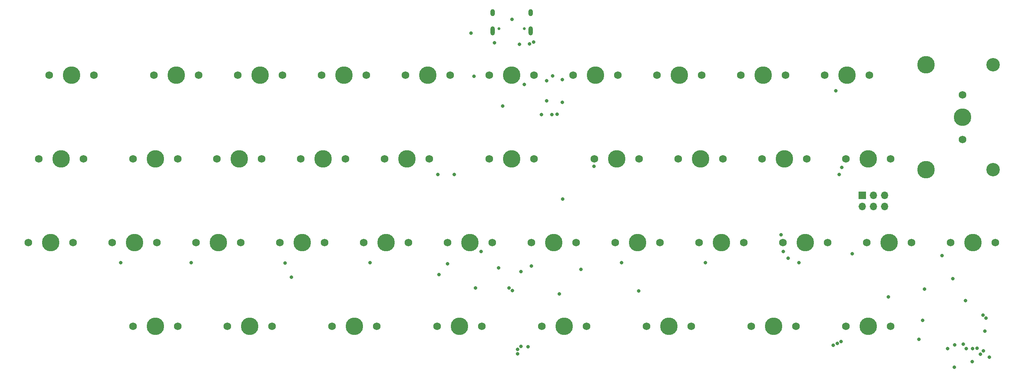
<source format=gbr>
%TF.GenerationSoftware,KiCad,Pcbnew,(6.0.6)*%
%TF.CreationDate,2022-10-05T22:20:27+02:00*%
%TF.ProjectId,Larva,4c617276-612e-46b6-9963-61645f706362,rev?*%
%TF.SameCoordinates,Original*%
%TF.FileFunction,Soldermask,Top*%
%TF.FilePolarity,Negative*%
%FSLAX46Y46*%
G04 Gerber Fmt 4.6, Leading zero omitted, Abs format (unit mm)*
G04 Created by KiCad (PCBNEW (6.0.6)) date 2022-10-05 22:20:27*
%MOMM*%
%LPD*%
G01*
G04 APERTURE LIST*
%ADD10C,1.750000*%
%ADD11C,3.987800*%
%ADD12C,3.048000*%
%ADD13R,1.700000X1.700000*%
%ADD14O,1.700000X1.700000*%
%ADD15C,0.650000*%
%ADD16O,1.000000X1.600000*%
%ADD17O,1.000000X2.100000*%
%ADD18C,0.800000*%
G04 APERTURE END LIST*
D10*
%TO.C,MX1*%
X56987500Y-62250000D03*
X46827500Y-62250000D03*
D11*
X51907500Y-62250000D03*
%TD*%
D10*
%TO.C,MX2*%
X80800000Y-62250000D03*
X70640000Y-62250000D03*
D11*
X75720000Y-62250000D03*
%TD*%
D10*
%TO.C,MX3*%
X99850000Y-62250000D03*
X89690000Y-62250000D03*
D11*
X94770000Y-62250000D03*
%TD*%
D10*
%TO.C,MX4*%
X118900000Y-62250000D03*
X108740000Y-62250000D03*
D11*
X113820000Y-62250000D03*
%TD*%
D10*
%TO.C,MX5*%
X137950000Y-62250000D03*
X127790000Y-62250000D03*
D11*
X132870000Y-62250000D03*
%TD*%
D10*
%TO.C,MX7*%
X176050000Y-62250000D03*
X165890000Y-62250000D03*
D11*
X170970000Y-62250000D03*
%TD*%
D10*
%TO.C,MX8*%
X195100000Y-62250000D03*
X184940000Y-62250000D03*
D11*
X190020000Y-62250000D03*
%TD*%
D10*
%TO.C,MX9*%
X214150000Y-62250000D03*
X203990000Y-62250000D03*
D11*
X209070000Y-62250000D03*
%TD*%
D10*
%TO.C,MX10*%
X233200000Y-62250000D03*
X223040000Y-62250000D03*
D11*
X228120000Y-62250000D03*
%TD*%
D10*
%TO.C,MX11*%
X54606250Y-81300000D03*
X44446250Y-81300000D03*
D11*
X49526250Y-81300000D03*
%TD*%
D10*
%TO.C,MX12*%
X76037500Y-81300000D03*
X65877500Y-81300000D03*
D11*
X70957500Y-81300000D03*
%TD*%
D10*
%TO.C,MX13*%
X95087500Y-81300000D03*
X84927500Y-81300000D03*
D11*
X90007500Y-81300000D03*
%TD*%
D10*
%TO.C,MX14*%
X114137500Y-81300000D03*
X103977500Y-81300000D03*
D11*
X109057500Y-81300000D03*
%TD*%
D10*
%TO.C,MX15*%
X133187500Y-81300000D03*
X123027500Y-81300000D03*
D11*
X128107500Y-81300000D03*
%TD*%
D10*
%TO.C,MX17*%
X180812500Y-81300000D03*
X170652500Y-81300000D03*
D11*
X175732500Y-81300000D03*
%TD*%
D10*
%TO.C,MX18*%
X199862500Y-81300000D03*
X189702500Y-81300000D03*
D11*
X194782500Y-81300000D03*
%TD*%
D10*
%TO.C,MX19*%
X218912500Y-81300000D03*
X208752500Y-81300000D03*
D11*
X213832500Y-81300000D03*
%TD*%
D10*
%TO.C,MX20*%
X237962500Y-81300000D03*
X227802500Y-81300000D03*
D11*
X232882500Y-81300000D03*
%TD*%
%TO.C,MX21*%
X254313750Y-71775000D03*
D10*
X254313750Y-66695000D03*
X254313750Y-76855000D03*
D12*
X261298750Y-83713000D03*
X261298750Y-59837000D03*
D11*
X246058750Y-83713000D03*
X246058750Y-59837000D03*
%TD*%
D10*
%TO.C,MX22*%
X52225000Y-100350000D03*
X42065000Y-100350000D03*
D11*
X47145000Y-100350000D03*
%TD*%
D10*
%TO.C,MX23*%
X71275000Y-100350000D03*
X61115000Y-100350000D03*
D11*
X66195000Y-100350000D03*
%TD*%
D10*
%TO.C,MX24*%
X90325000Y-100350000D03*
X80165000Y-100350000D03*
D11*
X85245000Y-100350000D03*
%TD*%
D10*
%TO.C,MX25*%
X109375000Y-100350000D03*
X99215000Y-100350000D03*
D11*
X104295000Y-100350000D03*
%TD*%
D10*
%TO.C,MX26*%
X128425000Y-100350000D03*
X118265000Y-100350000D03*
D11*
X123345000Y-100350000D03*
%TD*%
D10*
%TO.C,MX29*%
X185575000Y-100350000D03*
X175415000Y-100350000D03*
D11*
X180495000Y-100350000D03*
%TD*%
D10*
%TO.C,MX30*%
X204625000Y-100350000D03*
X194465000Y-100350000D03*
D11*
X199545000Y-100350000D03*
%TD*%
D10*
%TO.C,MX31*%
X223675000Y-100350000D03*
X213515000Y-100350000D03*
D11*
X218595000Y-100350000D03*
%TD*%
D10*
%TO.C,MX32*%
X242725000Y-100350000D03*
X232565000Y-100350000D03*
D11*
X237645000Y-100350000D03*
%TD*%
D10*
%TO.C,MX33*%
X261775000Y-100350000D03*
X251615000Y-100350000D03*
D11*
X256695000Y-100350000D03*
%TD*%
D10*
%TO.C,MX34*%
X76037500Y-119400000D03*
X65877500Y-119400000D03*
D11*
X70957500Y-119400000D03*
%TD*%
D10*
%TO.C,MX35*%
X97468750Y-119400000D03*
X87308750Y-119400000D03*
D11*
X92388750Y-119400000D03*
%TD*%
D10*
%TO.C,MX36*%
X121281250Y-119400000D03*
X111121250Y-119400000D03*
D11*
X116201250Y-119400000D03*
%TD*%
D10*
%TO.C,MX37*%
X145093750Y-119400000D03*
X134933750Y-119400000D03*
D11*
X140013750Y-119400000D03*
%TD*%
D10*
%TO.C,MX38*%
X168906250Y-119400000D03*
X158746250Y-119400000D03*
D11*
X163826250Y-119400000D03*
%TD*%
D10*
%TO.C,MX39*%
X192718750Y-119400000D03*
X182558750Y-119400000D03*
D11*
X187638750Y-119400000D03*
%TD*%
D10*
%TO.C,MX40*%
X216531250Y-119400000D03*
X206371250Y-119400000D03*
D11*
X211451250Y-119400000D03*
%TD*%
D10*
%TO.C,MX41*%
X237962500Y-119400000D03*
X227802500Y-119400000D03*
D11*
X232882500Y-119400000D03*
%TD*%
%TO.C,MX6*%
X151920000Y-62250000D03*
D10*
X146840000Y-62250000D03*
X157000000Y-62250000D03*
%TD*%
D11*
%TO.C,MX16*%
X151920000Y-81300000D03*
D10*
X146840000Y-81300000D03*
X157000000Y-81300000D03*
%TD*%
D11*
%TO.C,MX27*%
X142395000Y-100350000D03*
D10*
X137315000Y-100350000D03*
X147475000Y-100350000D03*
%TD*%
D11*
%TO.C,MX28*%
X161445000Y-100350000D03*
D10*
X156365000Y-100350000D03*
X166525000Y-100350000D03*
%TD*%
D13*
%TO.C,J1*%
X231533700Y-89560400D03*
D14*
X231533700Y-92100400D03*
X234073700Y-89560400D03*
X234073700Y-92100400D03*
X236613700Y-89560400D03*
X236613700Y-92100400D03*
%TD*%
D15*
%TO.C,J2*%
X154810000Y-51653125D03*
X149030000Y-51653125D03*
D16*
X147600000Y-48003125D03*
D17*
X147600000Y-52183125D03*
X156240000Y-52183125D03*
D16*
X156240000Y-48003125D03*
%TD*%
D18*
X101845000Y-108200000D03*
X260450000Y-126410000D03*
X142645000Y-52700000D03*
X226946460Y-83238340D03*
X258978356Y-116855456D03*
X170595000Y-82980000D03*
X154815540Y-64396620D03*
X155630940Y-124053280D03*
X156405000Y-105660000D03*
X249659140Y-103309420D03*
X155972542Y-55149458D03*
X163495000Y-90400000D03*
X237515000Y-112730000D03*
X149895000Y-69275000D03*
X213088220Y-98602800D03*
X167645000Y-106450000D03*
X250955000Y-124500000D03*
X256565000Y-127440000D03*
X180725000Y-111370000D03*
X245695000Y-110900000D03*
X147983000Y-54921000D03*
X135395000Y-107600000D03*
X252110000Y-108540000D03*
X137370820Y-105166160D03*
X161193480Y-62402720D03*
X151955000Y-49580000D03*
X213591140Y-102346760D03*
X148945000Y-106100000D03*
X159859980Y-68054220D03*
X144995000Y-102400000D03*
X153982480Y-123972000D03*
X245290000Y-118030000D03*
X259674037Y-117573114D03*
X162215019Y-71155673D03*
X252546400Y-123602783D03*
X153979990Y-106941301D03*
X255015000Y-113580000D03*
X259402959Y-120462041D03*
X163431220Y-68450460D03*
X258389402Y-125741867D03*
X224985640Y-123749990D03*
X225514243Y-65820957D03*
X143350000Y-62523125D03*
X135172180Y-84871875D03*
X225878077Y-123298814D03*
X226310533Y-84870253D03*
X138845000Y-84850000D03*
X226772177Y-122849970D03*
X214717973Y-103919687D03*
X159864640Y-63514820D03*
X163431915Y-63244155D03*
X63121600Y-104921875D03*
X79088040Y-104921875D03*
X100396100Y-105033760D03*
X119738200Y-104921875D03*
X176890740Y-104877499D03*
X195940740Y-104877499D03*
X217138304Y-104925816D03*
X259074578Y-125014176D03*
X229287382Y-102902618D03*
X244475000Y-122400460D03*
X252455000Y-128717295D03*
X254474966Y-123480166D03*
X161053780Y-71208900D03*
X153278100Y-124682940D03*
X153278100Y-125682940D03*
X158668720Y-71224140D03*
X156889258Y-54749914D03*
X153678156Y-55242812D03*
X152079980Y-111280000D03*
X151310000Y-110641353D03*
X257658907Y-124426201D03*
X256659500Y-124440011D03*
X255205000Y-124480000D03*
X143655000Y-110641353D03*
X162715000Y-111991383D03*
M02*

</source>
